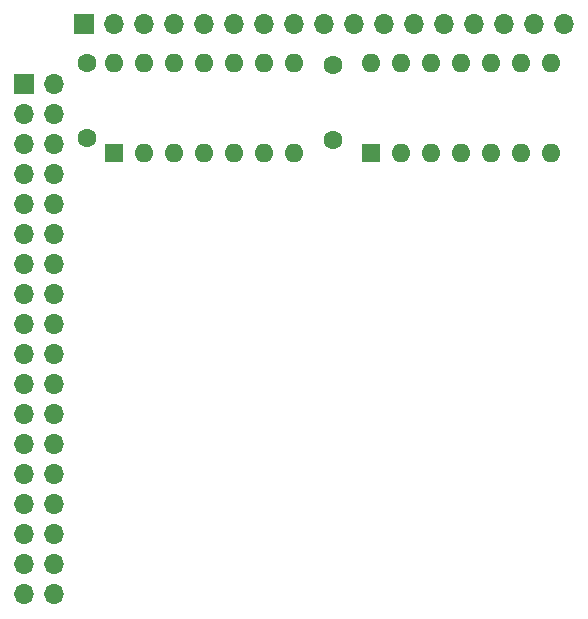
<source format=gbr>
%TF.GenerationSoftware,KiCad,Pcbnew,7.0.9*%
%TF.CreationDate,2024-08-02T01:25:27-05:00*%
%TF.ProjectId,Piggyback MEM0-7,50696767-7962-4616-936b-204d454d302d,rev?*%
%TF.SameCoordinates,Original*%
%TF.FileFunction,Soldermask,Top*%
%TF.FilePolarity,Negative*%
%FSLAX46Y46*%
G04 Gerber Fmt 4.6, Leading zero omitted, Abs format (unit mm)*
G04 Created by KiCad (PCBNEW 7.0.9) date 2024-08-02 01:25:27*
%MOMM*%
%LPD*%
G01*
G04 APERTURE LIST*
%ADD10R,1.600000X1.600000*%
%ADD11O,1.600000X1.600000*%
%ADD12R,1.700000X1.700000*%
%ADD13O,1.700000X1.700000*%
%ADD14C,1.600000*%
G04 APERTURE END LIST*
D10*
%TO.C,U3*%
X70485000Y-46990000D03*
D11*
X73025000Y-46990000D03*
X75565000Y-46990000D03*
X78105000Y-46990000D03*
X80645000Y-46990000D03*
X83185000Y-46990000D03*
X85725000Y-46990000D03*
X85725000Y-39370000D03*
X83185000Y-39370000D03*
X80645000Y-39370000D03*
X78105000Y-39370000D03*
X75565000Y-39370000D03*
X73025000Y-39370000D03*
X70485000Y-39370000D03*
%TD*%
D12*
%TO.C,J1*%
X41119000Y-41144000D03*
D13*
X43659000Y-41144000D03*
X41119000Y-43684000D03*
X43659000Y-43684000D03*
X41119000Y-46224000D03*
X43659000Y-46224000D03*
X41119000Y-48764000D03*
X43659000Y-48764000D03*
X41119000Y-51304000D03*
X43659000Y-51304000D03*
X41119000Y-53844000D03*
X43659000Y-53844000D03*
X41119000Y-56384000D03*
X43659000Y-56384000D03*
X41119000Y-58924000D03*
X43659000Y-58924000D03*
X41119000Y-61464000D03*
X43659000Y-61464000D03*
X41119000Y-64004000D03*
X43659000Y-64004000D03*
X41119000Y-66544000D03*
X43659000Y-66544000D03*
X41119000Y-69084000D03*
X43659000Y-69084000D03*
X41119000Y-71624000D03*
X43659000Y-71624000D03*
X41119000Y-74164000D03*
X43659000Y-74164000D03*
X41119000Y-76704000D03*
X43659000Y-76704000D03*
X41119000Y-79244000D03*
X43659000Y-79244000D03*
X41119000Y-81784000D03*
X43659000Y-81784000D03*
X41119000Y-84324000D03*
X43659000Y-84324000D03*
%TD*%
D14*
%TO.C,C1*%
X67310000Y-39497000D03*
X67310000Y-45847000D03*
%TD*%
D12*
%TO.C,J3*%
X46228000Y-36068000D03*
D13*
X48768000Y-36068000D03*
X51308000Y-36068000D03*
X53848000Y-36068000D03*
X56388000Y-36068000D03*
X58928000Y-36068000D03*
X61468000Y-36068000D03*
X64008000Y-36068000D03*
X66548000Y-36068000D03*
X69088000Y-36068000D03*
X71628000Y-36068000D03*
X74168000Y-36068000D03*
X76708000Y-36068000D03*
X79248000Y-36068000D03*
X81788000Y-36068000D03*
X84328000Y-36068000D03*
X86868000Y-36068000D03*
%TD*%
D14*
%TO.C,C2*%
X46482000Y-39370000D03*
X46482000Y-45720000D03*
%TD*%
D10*
%TO.C,U2*%
X48768000Y-46990000D03*
D11*
X51308000Y-46990000D03*
X53848000Y-46990000D03*
X56388000Y-46990000D03*
X58928000Y-46990000D03*
X61468000Y-46990000D03*
X64008000Y-46990000D03*
X64008000Y-39370000D03*
X61468000Y-39370000D03*
X58928000Y-39370000D03*
X56388000Y-39370000D03*
X53848000Y-39370000D03*
X51308000Y-39370000D03*
X48768000Y-39370000D03*
%TD*%
M02*

</source>
